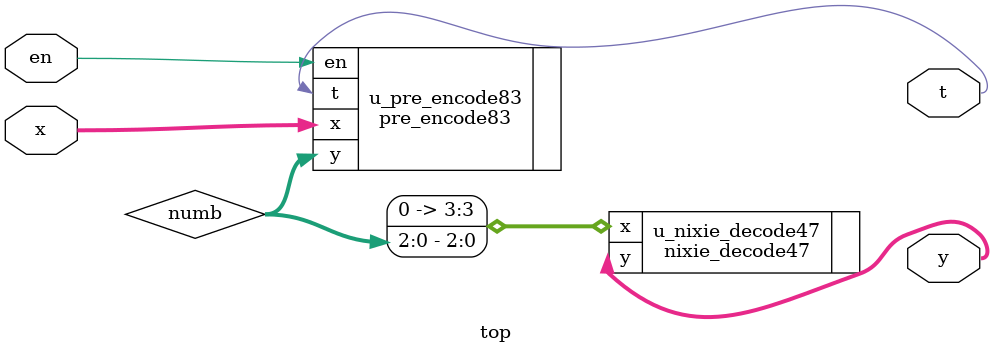
<source format=v>
`include "pre_encode83.v"
`include "nixie_decode47.v"

module top(
        input [7:0]x,
        input en,
        output reg t,
        output reg [6:0]y
);
        wire [2:0]numb;

        pre_encode83 u_pre_encode83(
                .x(x),
                .en(en),
                .t(t),
                .y(numb)
        );
        nixie_decode47 u_nixie_decode47(
                .x({1'b0, numb}),
                .y(y)
        );

endmodule

</source>
